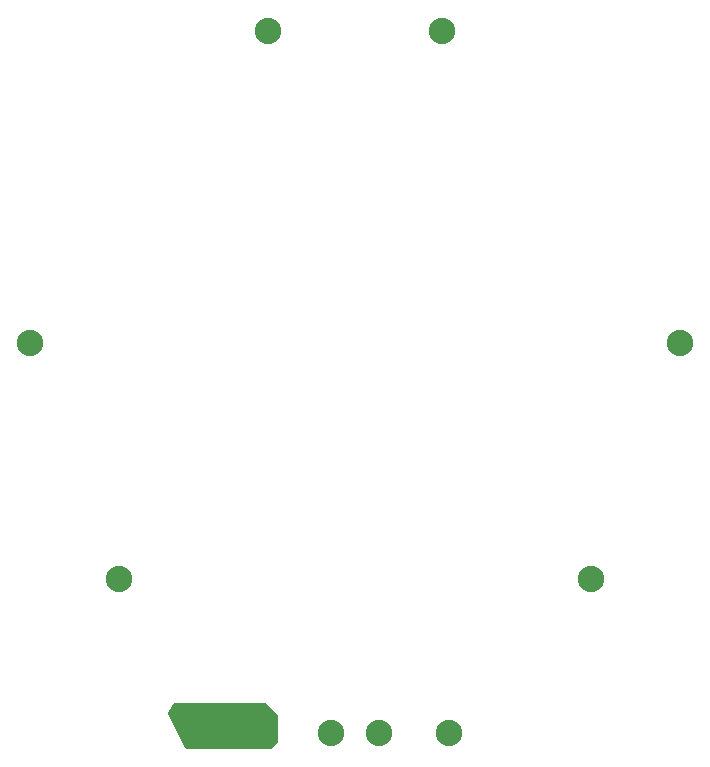
<source format=gts>
G04*
G04 #@! TF.GenerationSoftware,Altium Limited,Altium Designer,22.10.1 (41)*
G04*
G04 Layer_Color=8388736*
%FSLAX25Y25*%
%MOIN*%
G70*
G04*
G04 #@! TF.SameCoordinates,FEF3DBFB-2847-4824-BCEC-0586C65A169C*
G04*
G04*
G04 #@! TF.FilePolarity,Negative*
G04*
G01*
G75*
%ADD12C,0.08800*%
%ADD13C,0.05800*%
G36*
X-30023Y17897D02*
X-29972Y17887D01*
X-29922Y17870D01*
X-29875Y17847D01*
X-29831Y17818D01*
X-29792Y17783D01*
X-25717Y13708D01*
X-25682Y13669D01*
X-25653Y13625D01*
X-25630Y13578D01*
X-25613Y13528D01*
X-25603Y13477D01*
X-25599Y13424D01*
Y5000D01*
X-25603Y4948D01*
X-25613Y4896D01*
X-25630Y4847D01*
X-25653Y4800D01*
X-25682Y4756D01*
X-25717Y4716D01*
X-27717Y2717D01*
X-27756Y2682D01*
X-27800Y2653D01*
X-27847Y2630D01*
X-27896Y2613D01*
X-27948Y2603D01*
X-28000Y2599D01*
X-56145D01*
X-56155Y2600D01*
X-56164Y2600D01*
X-56181Y2602D01*
X-56198Y2603D01*
X-56207Y2604D01*
X-56216Y2606D01*
X-56232Y2609D01*
X-56249Y2613D01*
X-56258Y2616D01*
X-56267Y2618D01*
X-56283Y2624D01*
X-56299Y2630D01*
X-56307Y2634D01*
X-56316Y2637D01*
X-56331Y2645D01*
X-56346Y2653D01*
X-56353Y2658D01*
X-56362Y2663D01*
X-56375Y2673D01*
X-56389Y2682D01*
X-56396Y2688D01*
X-56404Y2694D01*
X-56416Y2706D01*
X-56429Y2717D01*
X-56435Y2724D01*
X-56442Y2730D01*
X-56452Y2743D01*
X-56463Y2756D01*
X-56468Y2764D01*
X-56474Y2771D01*
X-56483Y2786D01*
X-56492Y2800D01*
X-56497Y2808D01*
X-56501Y2816D01*
X-62360Y14168D01*
X-62369Y14188D01*
X-62378Y14207D01*
X-62379Y14212D01*
X-62381Y14216D01*
X-62387Y14236D01*
X-62394Y14257D01*
X-62394Y14262D01*
X-62396Y14266D01*
X-62399Y14288D01*
X-62403Y14309D01*
X-62403Y14313D01*
X-62404Y14318D01*
X-62404Y14340D01*
X-62405Y14361D01*
X-62405Y14366D01*
X-62405Y14371D01*
X-62402Y14392D01*
X-62400Y14413D01*
X-62399Y14418D01*
X-62399Y14423D01*
X-62393Y14443D01*
X-62389Y14465D01*
X-62387Y14469D01*
X-62386Y14474D01*
X-62378Y14494D01*
X-62371Y14514D01*
X-62369Y14518D01*
X-62367Y14522D01*
X-62357Y14541D01*
X-62347Y14560D01*
X-60429Y17708D01*
X-60416Y17726D01*
X-60404Y17744D01*
X-60401Y17748D01*
X-60398Y17751D01*
X-60384Y17767D01*
X-60370Y17783D01*
X-60366Y17787D01*
X-60363Y17790D01*
X-60346Y17804D01*
X-60330Y17818D01*
X-60326Y17821D01*
X-60323Y17824D01*
X-60304Y17835D01*
X-60287Y17847D01*
X-60282Y17849D01*
X-60278Y17852D01*
X-60259Y17861D01*
X-60240Y17870D01*
X-60235Y17872D01*
X-60231Y17874D01*
X-60210Y17880D01*
X-60190Y17887D01*
X-60185Y17888D01*
X-60181Y17889D01*
X-60159Y17893D01*
X-60138Y17897D01*
X-60134Y17898D01*
X-60129Y17899D01*
X-60108Y17899D01*
X-60086Y17901D01*
X-30075D01*
X-30023Y17897D01*
D02*
G37*
D12*
X-108268Y137795D02*
D03*
X7874Y7874D02*
D03*
X-7874D02*
D03*
X29134Y241732D02*
D03*
X-29134D02*
D03*
X108268Y137795D02*
D03*
X31496Y7874D02*
D03*
X-78740Y59055D02*
D03*
X78740D02*
D03*
X-31496Y7874D02*
D03*
D13*
X-50000Y11000D02*
D03*
M02*

</source>
